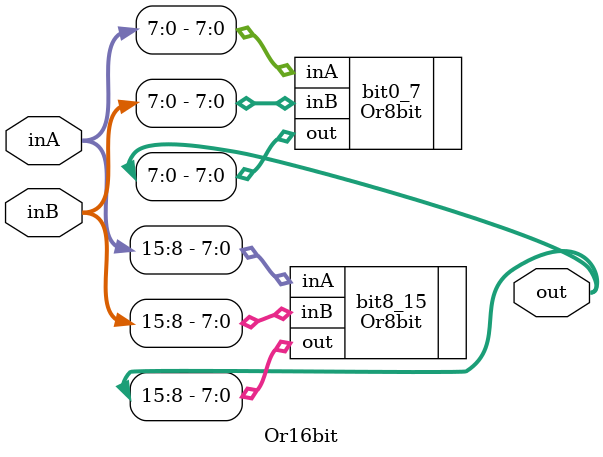
<source format=v>
`ifndef _Or16BIT
`define _Or16BIT
`include "Or8bit.v"

module Or16bit(out, inA, inB);
    output wire [15:0] out;
    input  wire [15:0] inA;
    input  wire [15:0] inB;

    Or8bit bit0_7(.out(out[7:0]), .inA(inA[7:0]), .inB(inB[7:0]));
    Or8bit bit8_15(.out(out[15:8]), .inA(inA[15:8]), .inB(inB[15:8]));
endmodule
`endif

</source>
